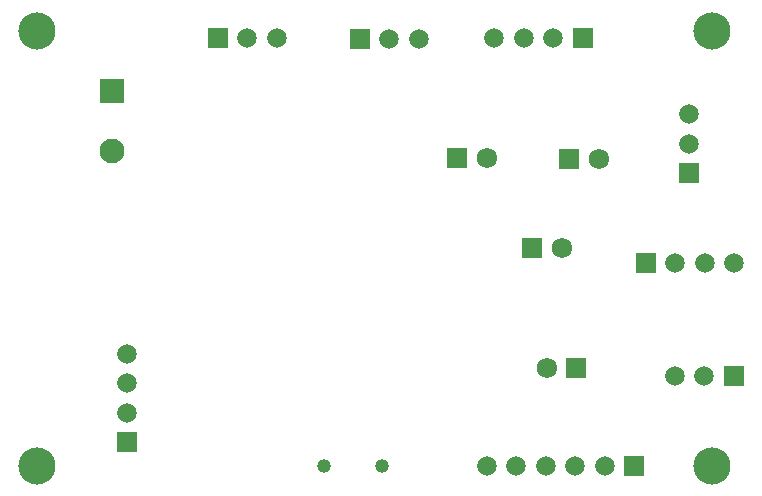
<source format=gbs>
G04*
G04 #@! TF.GenerationSoftware,Altium Limited,Altium Designer,23.4.1 (23)*
G04*
G04 Layer_Color=16711935*
%FSLAX44Y44*%
%MOMM*%
G71*
G04*
G04 #@! TF.SameCoordinates,574EF0A3-D4D7-4E79-882F-14C39876F300*
G04*
G04*
G04 #@! TF.FilePolarity,Negative*
G04*
G01*
G75*
%ADD32C,3.1500*%
%ADD33R,1.6580X1.6580*%
%ADD34C,1.6580*%
%ADD35C,2.1000*%
%ADD36R,2.1000X2.1000*%
%ADD37R,1.6580X1.6580*%
%ADD38C,1.7250*%
%ADD39R,1.7250X1.7250*%
%ADD40C,1.1800*%
D32*
X889000Y939800D02*
D03*
Y571500D02*
D03*
X317500D02*
D03*
Y939800D02*
D03*
D33*
X393700Y591350D02*
D03*
X869950Y819150D02*
D03*
D34*
X393700Y616350D02*
D03*
Y641350D02*
D03*
Y666350D02*
D03*
X520700Y933450D02*
D03*
X495700D02*
D03*
X615950Y932350D02*
D03*
X640950D02*
D03*
X754850Y933450D02*
D03*
X729850D02*
D03*
X704850D02*
D03*
X869950Y844150D02*
D03*
Y869150D02*
D03*
X858050Y742950D02*
D03*
X883050D02*
D03*
X908050D02*
D03*
X882650Y647700D02*
D03*
X857650D02*
D03*
X698500Y571500D02*
D03*
X723500D02*
D03*
X798500D02*
D03*
X748500D02*
D03*
X773500D02*
D03*
D35*
X381000Y838200D02*
D03*
D36*
Y889000D02*
D03*
D37*
X470700Y933450D02*
D03*
X590950Y932350D02*
D03*
X779850Y933450D02*
D03*
X833050Y742950D02*
D03*
X907650Y647700D02*
D03*
X823500Y571500D02*
D03*
D38*
X762000Y755650D02*
D03*
X793550Y830750D02*
D03*
X698500Y831850D02*
D03*
X749300Y654050D02*
D03*
D39*
X737000Y755650D02*
D03*
X768550Y830750D02*
D03*
X673500Y831850D02*
D03*
X774300Y654050D02*
D03*
D40*
X609600Y571500D02*
D03*
X560800D02*
D03*
M02*

</source>
